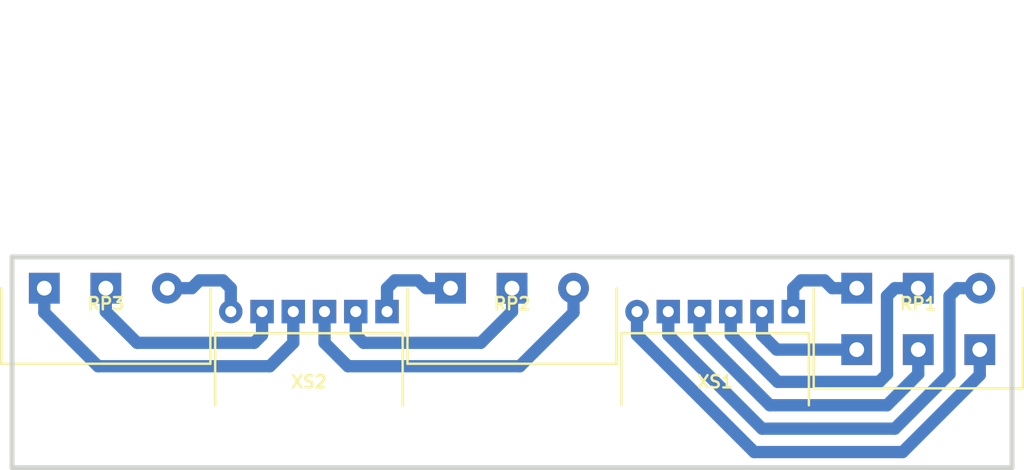
<source format=kicad_pcb>
(kicad_pcb (version 20171130) (host pcbnew 5.1.12-84ad8e8a86~92~ubuntu20.04.1)

  (general
    (thickness 1.6)
    (drawings 4)
    (tracks 62)
    (zones 0)
    (modules 5)
    (nets 13)
  )

  (page A4 portrait)
  (title_block
    (title ТКП-1.22.B-1)
    (date 2024-10-09)
    (rev 1B)
    (company "Fishtaur Potentiometer Board [REV1B]")
    (comment 1 http://github.com/Adept666)
    (comment 2 "Igor Ivanov (Игорь Иванов)")
    (comment 3 -ТТКРЧПДЛ-)
    (comment 4 "This project is licensed under GNU General Public License v3.0 or later")
  )

  (layers
    (0 F.Cu jumper)
    (31 B.Cu signal)
    (38 B.Mask user)
    (39 F.Mask user)
    (44 Edge.Cuts user)
    (45 Margin user)
    (46 B.CrtYd user)
    (47 F.CrtYd user)
    (49 F.Fab user)
  )

  (setup
    (last_trace_width 1)
    (user_trace_width 0.6)
    (trace_clearance 0)
    (zone_clearance 0.6)
    (zone_45_only no)
    (trace_min 0.2)
    (via_size 1.5)
    (via_drill 0.5)
    (via_min_size 0.4)
    (via_min_drill 0.3)
    (uvia_size 0.3)
    (uvia_drill 0.1)
    (uvias_allowed no)
    (uvia_min_size 0)
    (uvia_min_drill 0)
    (edge_width 0.4)
    (segment_width 0.2)
    (pcb_text_width 0.3)
    (pcb_text_size 1.5 1.5)
    (mod_edge_width 0.15)
    (mod_text_size 1 1)
    (mod_text_width 0.15)
    (pad_size 1.6 1.8)
    (pad_drill 0)
    (pad_to_mask_clearance 0.1)
    (solder_mask_min_width 0.2)
    (aux_axis_origin 0 0)
    (visible_elements 7FFFFFFF)
    (pcbplotparams
      (layerselection 0x20000_7ffffffe)
      (usegerberextensions false)
      (usegerberattributes false)
      (usegerberadvancedattributes false)
      (creategerberjobfile false)
      (excludeedgelayer false)
      (linewidth 0.100000)
      (plotframeref true)
      (viasonmask false)
      (mode 1)
      (useauxorigin false)
      (hpglpennumber 1)
      (hpglpenspeed 20)
      (hpglpendiameter 15.000000)
      (psnegative false)
      (psa4output false)
      (plotreference false)
      (plotvalue true)
      (plotinvisibletext false)
      (padsonsilk true)
      (subtractmaskfromsilk false)
      (outputformat 4)
      (mirror false)
      (drillshape 0)
      (scaleselection 1)
      (outputdirectory ""))
  )

  (net 0 "")
  (net 1 "Net-(RP2-Pad3)")
  (net 2 "Net-(RP2-Pad1)")
  (net 3 "Net-(RP2-Pad2)")
  (net 4 "Net-(RP3-Pad3)")
  (net 5 "Net-(RP3-Pad1)")
  (net 6 "Net-(RP3-Pad2)")
  (net 7 "Net-(RP1-Pad3)")
  (net 8 "Net-(RP1-Pad6)")
  (net 9 "Net-(RP1-Pad2)")
  (net 10 "Net-(RP1-Pad4)")
  (net 11 "Net-(RP1-Pad1)")
  (net 12 "Net-(RP1-Pad5)")

  (net_class Default "This is the default net class."
    (clearance 0)
    (trace_width 1)
    (via_dia 1.5)
    (via_drill 0.5)
    (uvia_dia 0.3)
    (uvia_drill 0.1)
    (add_net "Net-(RP1-Pad1)")
    (add_net "Net-(RP1-Pad2)")
    (add_net "Net-(RP1-Pad3)")
    (add_net "Net-(RP1-Pad4)")
    (add_net "Net-(RP1-Pad5)")
    (add_net "Net-(RP1-Pad6)")
    (add_net "Net-(RP2-Pad1)")
    (add_net "Net-(RP2-Pad2)")
    (add_net "Net-(RP2-Pad3)")
    (add_net "Net-(RP3-Pad1)")
    (add_net "Net-(RP3-Pad2)")
    (add_net "Net-(RP3-Pad3)")
  )

  (module KCL-TH-SL:RP-PDB181-K-20-P (layer F.Cu) (tedit 60030E39) (tstamp 5FE6D9E5)
    (at 105.41 142.875 180)
    (path /5FE7A122)
    (fp_text reference RP2 (at 0 -1.27) (layer F.SilkS)
      (effects (font (size 1 1) (thickness 0.2)))
    )
    (fp_text value "RP2: 16/17" (at 0 -1.27) (layer F.Fab)
      (effects (font (size 1 1) (thickness 0.2)))
    )
    (fp_line (start -7.3 3.35) (end -7.3 5.35) (layer F.Fab) (width 0.2))
    (fp_line (start -8.5 3.35) (end -8.5 5.35) (layer F.Fab) (width 0.2))
    (fp_line (start -8.5 5.35) (end -7.366 5.35) (layer F.Fab) (width 0.2))
    (fp_line (start 8.5 -6.15) (end 8.5 23.35) (layer F.CrtYd) (width 0.1))
    (fp_line (start -8.5 -6.15) (end -8.5 23.35) (layer F.CrtYd) (width 0.1))
    (fp_line (start -8.5 23.35) (end 8.5 23.35) (layer F.CrtYd) (width 0.1))
    (fp_line (start -8.5 -6.15) (end 8.5 -6.15) (layer F.CrtYd) (width 0.1))
    (fp_line (start 8.5 -6.15) (end 8.5 0) (layer F.SilkS) (width 0.2))
    (fp_line (start -8.5 -6.15) (end -8.5 0) (layer F.SilkS) (width 0.2))
    (fp_line (start -8.5 -6.15) (end 8.5 -6.15) (layer F.SilkS) (width 0.2))
    (fp_line (start -3.5 9.85) (end 3.5 9.85) (layer F.Fab) (width 0.2))
    (fp_line (start 3 9.85) (end 3 23.35) (layer F.Fab) (width 0.2))
    (fp_line (start -3 9.85) (end -3 23.35) (layer F.Fab) (width 0.2))
    (fp_line (start 3.5 3.35) (end 3.5 9.85) (layer F.Fab) (width 0.2))
    (fp_line (start -3.5 3.35) (end -3.5 9.85) (layer F.Fab) (width 0.2))
    (fp_line (start 8.5 -6.15) (end 8.5 3.35) (layer F.Fab) (width 0.2))
    (fp_line (start -8.5 -6.15) (end -8.5 3.35) (layer F.Fab) (width 0.2))
    (fp_line (start -3 23.35) (end 3 23.35) (layer F.Fab) (width 0.2))
    (fp_line (start -8.5 3.35) (end 8.5 3.35) (layer F.Fab) (width 0.2))
    (fp_line (start -8.5 -6.15) (end 8.5 -6.15) (layer F.Fab) (width 0.2))
    (pad 3 thru_hole rect (at 5 0 180) (size 2.5 2.5) (drill 1.2) (layers B.Cu B.Mask)
      (net 1 "Net-(RP2-Pad3)"))
    (pad 1 thru_hole circle (at -5 0 180) (size 2.5 2.5) (drill 1.2) (layers B.Cu B.Mask)
      (net 2 "Net-(RP2-Pad1)"))
    (pad 2 thru_hole rect (at 0 0 180) (size 2.5 2.5) (drill 1.2) (layers B.Cu B.Mask)
      (net 3 "Net-(RP2-Pad2)"))
  )

  (module KCL-TH-SL:RP-PDB181-K-20-P (layer F.Cu) (tedit 60030E39) (tstamp 608AEDE7)
    (at 72.39 142.875 180)
    (path /60857FB0)
    (fp_text reference RP3 (at 0 -1.27) (layer F.SilkS)
      (effects (font (size 1 1) (thickness 0.2)))
    )
    (fp_text value "RP3: 16/17" (at 0 -1.27) (layer F.Fab)
      (effects (font (size 1 1) (thickness 0.2)))
    )
    (fp_line (start -7.3 3.35) (end -7.3 5.35) (layer F.Fab) (width 0.2))
    (fp_line (start -8.5 3.35) (end -8.5 5.35) (layer F.Fab) (width 0.2))
    (fp_line (start -8.5 5.35) (end -7.366 5.35) (layer F.Fab) (width 0.2))
    (fp_line (start 8.5 -6.15) (end 8.5 23.35) (layer F.CrtYd) (width 0.1))
    (fp_line (start -8.5 -6.15) (end -8.5 23.35) (layer F.CrtYd) (width 0.1))
    (fp_line (start -8.5 23.35) (end 8.5 23.35) (layer F.CrtYd) (width 0.1))
    (fp_line (start -8.5 -6.15) (end 8.5 -6.15) (layer F.CrtYd) (width 0.1))
    (fp_line (start 8.5 -6.15) (end 8.5 0) (layer F.SilkS) (width 0.2))
    (fp_line (start -8.5 -6.15) (end -8.5 0) (layer F.SilkS) (width 0.2))
    (fp_line (start -8.5 -6.15) (end 8.5 -6.15) (layer F.SilkS) (width 0.2))
    (fp_line (start -3.5 9.85) (end 3.5 9.85) (layer F.Fab) (width 0.2))
    (fp_line (start 3 9.85) (end 3 23.35) (layer F.Fab) (width 0.2))
    (fp_line (start -3 9.85) (end -3 23.35) (layer F.Fab) (width 0.2))
    (fp_line (start 3.5 3.35) (end 3.5 9.85) (layer F.Fab) (width 0.2))
    (fp_line (start -3.5 3.35) (end -3.5 9.85) (layer F.Fab) (width 0.2))
    (fp_line (start 8.5 -6.15) (end 8.5 3.35) (layer F.Fab) (width 0.2))
    (fp_line (start -8.5 -6.15) (end -8.5 3.35) (layer F.Fab) (width 0.2))
    (fp_line (start -3 23.35) (end 3 23.35) (layer F.Fab) (width 0.2))
    (fp_line (start -8.5 3.35) (end 8.5 3.35) (layer F.Fab) (width 0.2))
    (fp_line (start -8.5 -6.15) (end 8.5 -6.15) (layer F.Fab) (width 0.2))
    (pad 3 thru_hole rect (at 5 0 180) (size 2.5 2.5) (drill 1.2) (layers B.Cu B.Mask)
      (net 4 "Net-(RP3-Pad3)"))
    (pad 1 thru_hole circle (at -5 0 180) (size 2.5 2.5) (drill 1.2) (layers B.Cu B.Mask)
      (net 5 "Net-(RP3-Pad1)"))
    (pad 2 thru_hole rect (at 0 0 180) (size 2.5 2.5) (drill 1.2) (layers B.Cu B.Mask)
      (net 6 "Net-(RP3-Pad2)"))
  )

  (module KCL-TH-SL:RP-PDB182-K-20-P (layer F.Cu) (tedit 608E4FBB) (tstamp 608AEE6A)
    (at 138.43 142.875 180)
    (path /60859B26)
    (fp_text reference RP1 (at 0 -1.27) (layer F.SilkS)
      (effects (font (size 1 1) (thickness 0.2)))
    )
    (fp_text value "RP1: DUAL 16/17" (at 0 -1.27) (layer F.Fab)
      (effects (font (size 1 1) (thickness 0.2)))
    )
    (fp_line (start -7.3 3.35) (end -7.3 5.35) (layer F.Fab) (width 0.2))
    (fp_line (start -8.5 3.35) (end -8.5 5.35) (layer F.Fab) (width 0.2))
    (fp_line (start -8.5 5.35) (end -7.366 5.35) (layer F.Fab) (width 0.2))
    (fp_line (start 8.5 -8.15) (end 8.5 23.35) (layer F.CrtYd) (width 0.1))
    (fp_line (start -8.5 -8.15) (end -8.5 23.35) (layer F.CrtYd) (width 0.1))
    (fp_line (start -8.5 23.35) (end 8.5 23.35) (layer F.CrtYd) (width 0.1))
    (fp_line (start -8.5 -8.15) (end 8.5 -8.15) (layer F.CrtYd) (width 0.1))
    (fp_line (start 8.5 -8.15) (end 8.5 0) (layer F.SilkS) (width 0.2))
    (fp_line (start -8.5 -8.15) (end -8.5 0) (layer F.SilkS) (width 0.2))
    (fp_line (start -8.5 -8.15) (end 8.5 -8.15) (layer F.SilkS) (width 0.2))
    (fp_line (start -3.5 9.85) (end 3.5 9.85) (layer F.Fab) (width 0.2))
    (fp_line (start 3 9.85) (end 3 23.35) (layer F.Fab) (width 0.2))
    (fp_line (start -3 9.85) (end -3 23.35) (layer F.Fab) (width 0.2))
    (fp_line (start 3.5 3.35) (end 3.5 9.85) (layer F.Fab) (width 0.2))
    (fp_line (start -3.5 3.35) (end -3.5 9.85) (layer F.Fab) (width 0.2))
    (fp_line (start 8.5 -8.15) (end 8.5 3.35) (layer F.Fab) (width 0.2))
    (fp_line (start -8.5 -8.15) (end -8.5 3.35) (layer F.Fab) (width 0.2))
    (fp_line (start -3 23.35) (end 3 23.35) (layer F.Fab) (width 0.2))
    (fp_line (start -8.5 3.35) (end 8.5 3.35) (layer F.Fab) (width 0.2))
    (fp_line (start -8.5 -8.15) (end 8.5 -8.15) (layer F.Fab) (width 0.2))
    (pad 5 thru_hole rect (at 0 -5 180) (size 2.5 2.5) (drill 1.2) (layers B.Cu B.Mask)
      (net 12 "Net-(RP1-Pad5)"))
    (pad 4 thru_hole rect (at -5 -5 180) (size 2.5 2.5) (drill 1.2) (layers B.Cu B.Mask)
      (net 10 "Net-(RP1-Pad4)"))
    (pad 6 thru_hole rect (at 5 -5 180) (size 2.5 2.5) (drill 1.2) (layers B.Cu B.Mask)
      (net 8 "Net-(RP1-Pad6)"))
    (pad 3 thru_hole rect (at 5 0 180) (size 2.5 2.5) (drill 1.2) (layers B.Cu B.Mask)
      (net 7 "Net-(RP1-Pad3)"))
    (pad 1 thru_hole circle (at -5 0 180) (size 2.5 2.5) (drill 1.2) (layers B.Cu B.Mask)
      (net 11 "Net-(RP1-Pad1)"))
    (pad 2 thru_hole rect (at 0 0 180) (size 2.5 2.5) (drill 1.2) (layers B.Cu B.Mask)
      (net 9 "Net-(RP1-Pad2)"))
  )

  (module KCL-TH-SL:CON-PBS-06R (layer F.Cu) (tedit 6242BD01) (tstamp 608E8A79)
    (at 121.92 144.78)
    (path /60031E05)
    (fp_text reference XS1 (at 0 5.715) (layer F.SilkS)
      (effects (font (size 1 1) (thickness 0.2)))
    )
    (fp_text value PBS-06R (at 0 5.715) (layer F.Fab)
      (effects (font (size 1 1) (thickness 0.2)))
    )
    (fp_line (start 7.62 -0.45) (end 7.62 10.16) (layer F.CrtYd) (width 0.1))
    (fp_line (start -7.62 -0.45) (end -7.62 10.16) (layer F.CrtYd) (width 0.1))
    (fp_line (start -7.62 10.16) (end 7.62 10.16) (layer F.CrtYd) (width 0.1))
    (fp_line (start -7.62 -0.45) (end 7.62 -0.45) (layer F.CrtYd) (width 0.1))
    (fp_line (start 7.62 1.76) (end 7.62 7.62) (layer F.SilkS) (width 0.2))
    (fp_line (start -7.62 1.76) (end -7.62 7.62) (layer F.SilkS) (width 0.2))
    (fp_line (start -7.62 1.76) (end 7.62 1.76) (layer F.SilkS) (width 0.2))
    (fp_line (start -7.62 1.76) (end 7.62 1.76) (layer F.Fab) (width 0.2))
    (fp_line (start -7.62 10.16) (end 7.62 10.16) (layer F.Fab) (width 0.2))
    (fp_line (start -7.62 1.76) (end -7.62 10.16) (layer F.Fab) (width 0.2))
    (fp_line (start 7.62 1.76) (end 7.62 10.16) (layer F.Fab) (width 0.2))
    (pad 6 thru_hole rect (at 6.35 0) (size 1.9 1.9) (drill 0.9) (layers B.Cu B.Mask)
      (net 7 "Net-(RP1-Pad3)"))
    (pad 5 thru_hole rect (at 3.81 0) (size 1.9 1.9) (drill 0.9) (layers B.Cu B.Mask)
      (net 8 "Net-(RP1-Pad6)"))
    (pad 4 thru_hole rect (at 1.27 0) (size 1.9 1.9) (drill 0.9) (layers B.Cu B.Mask)
      (net 9 "Net-(RP1-Pad2)"))
    (pad 1 thru_hole circle (at -6.35 0) (size 1.9 1.9) (drill 0.9) (layers B.Cu B.Mask)
      (net 10 "Net-(RP1-Pad4)"))
    (pad 2 thru_hole rect (at -3.81 0) (size 1.9 1.9) (drill 0.9) (layers B.Cu B.Mask)
      (net 11 "Net-(RP1-Pad1)"))
    (pad 3 thru_hole rect (at -1.27 0) (size 1.9 1.9) (drill 0.9) (layers B.Cu B.Mask)
      (net 12 "Net-(RP1-Pad5)"))
  )

  (module KCL-TH-SL:CON-PBS-06R (layer F.Cu) (tedit 6242BD01) (tstamp 60031F53)
    (at 88.9 144.78)
    (path /600A2C72)
    (fp_text reference XS2 (at 0 5.715) (layer F.SilkS)
      (effects (font (size 1 1) (thickness 0.2)))
    )
    (fp_text value PBS-06R (at 0 5.715) (layer F.Fab)
      (effects (font (size 1 1) (thickness 0.2)))
    )
    (fp_line (start 7.62 -0.45) (end 7.62 10.16) (layer F.CrtYd) (width 0.1))
    (fp_line (start -7.62 -0.45) (end -7.62 10.16) (layer F.CrtYd) (width 0.1))
    (fp_line (start -7.62 10.16) (end 7.62 10.16) (layer F.CrtYd) (width 0.1))
    (fp_line (start -7.62 -0.45) (end 7.62 -0.45) (layer F.CrtYd) (width 0.1))
    (fp_line (start 7.62 1.76) (end 7.62 7.62) (layer F.SilkS) (width 0.2))
    (fp_line (start -7.62 1.76) (end -7.62 7.62) (layer F.SilkS) (width 0.2))
    (fp_line (start -7.62 1.76) (end 7.62 1.76) (layer F.SilkS) (width 0.2))
    (fp_line (start -7.62 1.76) (end 7.62 1.76) (layer F.Fab) (width 0.2))
    (fp_line (start -7.62 10.16) (end 7.62 10.16) (layer F.Fab) (width 0.2))
    (fp_line (start -7.62 1.76) (end -7.62 10.16) (layer F.Fab) (width 0.2))
    (fp_line (start 7.62 1.76) (end 7.62 10.16) (layer F.Fab) (width 0.2))
    (pad 6 thru_hole rect (at 6.35 0) (size 1.9 1.9) (drill 0.9) (layers B.Cu B.Mask)
      (net 1 "Net-(RP2-Pad3)"))
    (pad 5 thru_hole rect (at 3.81 0) (size 1.9 1.9) (drill 0.9) (layers B.Cu B.Mask)
      (net 3 "Net-(RP2-Pad2)"))
    (pad 4 thru_hole rect (at 1.27 0) (size 1.9 1.9) (drill 0.9) (layers B.Cu B.Mask)
      (net 2 "Net-(RP2-Pad1)"))
    (pad 1 thru_hole circle (at -6.35 0) (size 1.9 1.9) (drill 0.9) (layers B.Cu B.Mask)
      (net 5 "Net-(RP3-Pad1)"))
    (pad 2 thru_hole rect (at -3.81 0) (size 1.9 1.9) (drill 0.9) (layers B.Cu B.Mask)
      (net 6 "Net-(RP3-Pad2)"))
    (pad 3 thru_hole rect (at -1.27 0) (size 1.9 1.9) (drill 0.9) (layers B.Cu B.Mask)
      (net 4 "Net-(RP3-Pad3)"))
  )

  (gr_line (start 146.05 140.335) (end 146.05 157.48) (layer Edge.Cuts) (width 0.4) (tstamp 5FE6F872))
  (gr_line (start 64.77 140.335) (end 64.77 157.48) (layer Edge.Cuts) (width 0.4) (tstamp 5FE6F872))
  (gr_line (start 64.77 157.48) (end 146.05 157.48) (layer Edge.Cuts) (width 0.4) (tstamp 5FE6FAB1))
  (gr_line (start 64.77 140.335) (end 146.05 140.335) (layer Edge.Cuts) (width 0.4) (tstamp 5FE6F86E))

  (segment (start 95.25 142.875) (end 95.25 144.78) (width 1) (layer B.Cu) (net 1) (tstamp 608E86DC))
  (segment (start 95.885 142.24) (end 95.25 142.875) (width 1) (layer B.Cu) (net 1))
  (segment (start 100.41 142.875) (end 98.425 142.875) (width 1) (layer B.Cu) (net 1))
  (segment (start 97.79 142.24) (end 95.885 142.24) (width 1) (layer B.Cu) (net 1))
  (segment (start 98.425 142.875) (end 97.79 142.24) (width 1) (layer B.Cu) (net 1))
  (segment (start 90.17 147.32) (end 90.17 144.78) (width 1) (layer B.Cu) (net 2))
  (segment (start 92.075 149.225) (end 90.17 147.32) (width 1) (layer B.Cu) (net 2))
  (segment (start 106.045 149.225) (end 92.075 149.225) (width 1) (layer B.Cu) (net 2))
  (segment (start 110.41 142.875) (end 110.41 144.86) (width 1) (layer B.Cu) (net 2))
  (segment (start 110.41 144.86) (end 106.045 149.225) (width 1) (layer B.Cu) (net 2))
  (segment (start 105.41 144.78) (end 105.41 142.875) (width 1) (layer B.Cu) (net 3))
  (segment (start 102.87 147.32) (end 105.41 144.78) (width 1) (layer B.Cu) (net 3))
  (segment (start 93.345 147.32) (end 102.87 147.32) (width 1) (layer B.Cu) (net 3))
  (segment (start 92.71 144.78) (end 92.71 146.685) (width 1) (layer B.Cu) (net 3))
  (segment (start 92.71 146.685) (end 93.345 147.32) (width 1) (layer B.Cu) (net 3))
  (segment (start 67.39 142.875) (end 67.39 144.86) (width 1) (layer B.Cu) (net 4))
  (segment (start 67.39 144.86) (end 71.755 149.225) (width 1) (layer B.Cu) (net 4))
  (segment (start 87.63 147.32) (end 87.63 144.78) (width 1) (layer B.Cu) (net 4))
  (segment (start 71.755 149.225) (end 85.725 149.225) (width 1) (layer B.Cu) (net 4))
  (segment (start 85.725 149.225) (end 87.63 147.32) (width 1) (layer B.Cu) (net 4))
  (segment (start 77.39 142.875) (end 79.375 142.875) (width 1) (layer B.Cu) (net 5) (tstamp 608E870A))
  (segment (start 79.375 142.875) (end 80.01 142.24) (width 1) (layer B.Cu) (net 5) (tstamp 608E8707))
  (segment (start 82.55 142.875) (end 82.55 144.78) (width 1) (layer B.Cu) (net 5))
  (segment (start 80.01 142.24) (end 81.915 142.24) (width 1) (layer B.Cu) (net 5))
  (segment (start 81.915 142.24) (end 82.55 142.875) (width 1) (layer B.Cu) (net 5))
  (segment (start 72.39 144.78) (end 74.93 147.32) (width 1) (layer B.Cu) (net 6) (tstamp 608E874E))
  (segment (start 72.39 142.875) (end 72.39 144.78) (width 1) (layer B.Cu) (net 6))
  (segment (start 85.09 146.685) (end 85.09 144.78) (width 1) (layer B.Cu) (net 6))
  (segment (start 74.93 147.32) (end 84.455 147.32) (width 1) (layer B.Cu) (net 6))
  (segment (start 84.455 147.32) (end 85.09 146.685) (width 1) (layer B.Cu) (net 6))
  (segment (start 128.27 142.875) (end 128.27 144.78) (width 1) (layer B.Cu) (net 7))
  (segment (start 128.905 142.24) (end 128.27 142.875) (width 1) (layer B.Cu) (net 7))
  (segment (start 130.81 142.24) (end 128.905 142.24) (width 1) (layer B.Cu) (net 7))
  (segment (start 133.43 142.875) (end 131.445 142.875) (width 1) (layer B.Cu) (net 7))
  (segment (start 131.445 142.875) (end 130.81 142.24) (width 1) (layer B.Cu) (net 7))
  (segment (start 125.73 146.685) (end 125.73 144.78) (width 1) (layer B.Cu) (net 8))
  (segment (start 133.43 147.875) (end 126.92 147.875) (width 1) (layer B.Cu) (net 8))
  (segment (start 126.92 147.875) (end 125.73 146.685) (width 1) (layer B.Cu) (net 8))
  (segment (start 136.525 142.875) (end 138.43 142.875) (width 1) (layer B.Cu) (net 9))
  (segment (start 123.19 146.685) (end 127 150.495) (width 1) (layer B.Cu) (net 9))
  (segment (start 123.19 144.78) (end 123.19 146.685) (width 1) (layer B.Cu) (net 9))
  (segment (start 127 150.495) (end 135.255 150.495) (width 1) (layer B.Cu) (net 9))
  (segment (start 135.89 143.51) (end 136.525 142.875) (width 1) (layer B.Cu) (net 9))
  (segment (start 135.89 149.86) (end 135.89 143.51) (width 1) (layer B.Cu) (net 9))
  (segment (start 135.255 150.495) (end 135.89 149.86) (width 1) (layer B.Cu) (net 9))
  (segment (start 143.43 149.94) (end 143.43 147.875) (width 1) (layer B.Cu) (net 10))
  (segment (start 137.16 156.21) (end 143.43 149.94) (width 1) (layer B.Cu) (net 10))
  (segment (start 115.57 144.78) (end 115.57 146.685) (width 1) (layer B.Cu) (net 10))
  (segment (start 125.095 156.21) (end 137.16 156.21) (width 1) (layer B.Cu) (net 10))
  (segment (start 115.57 146.685) (end 125.095 156.21) (width 1) (layer B.Cu) (net 10))
  (segment (start 141.605 142.875) (end 143.43 142.875) (width 1) (layer B.Cu) (net 11))
  (segment (start 140.97 143.51) (end 141.605 142.875) (width 1) (layer B.Cu) (net 11))
  (segment (start 118.11 144.78) (end 118.11 146.685) (width 1) (layer B.Cu) (net 11))
  (segment (start 125.73 154.305) (end 136.525 154.305) (width 1) (layer B.Cu) (net 11))
  (segment (start 118.11 146.685) (end 125.73 154.305) (width 1) (layer B.Cu) (net 11))
  (segment (start 136.525 154.305) (end 140.97 149.86) (width 1) (layer B.Cu) (net 11))
  (segment (start 140.97 149.86) (end 140.97 143.51) (width 1) (layer B.Cu) (net 11))
  (segment (start 138.43 149.86) (end 138.43 147.875) (width 1) (layer B.Cu) (net 12))
  (segment (start 135.89 152.4) (end 138.43 149.86) (width 1) (layer B.Cu) (net 12))
  (segment (start 126.365 152.4) (end 135.89 152.4) (width 1) (layer B.Cu) (net 12))
  (segment (start 120.65 144.78) (end 120.65 146.685) (width 1) (layer B.Cu) (net 12))
  (segment (start 120.65 146.685) (end 126.365 152.4) (width 1) (layer B.Cu) (net 12))

)

</source>
